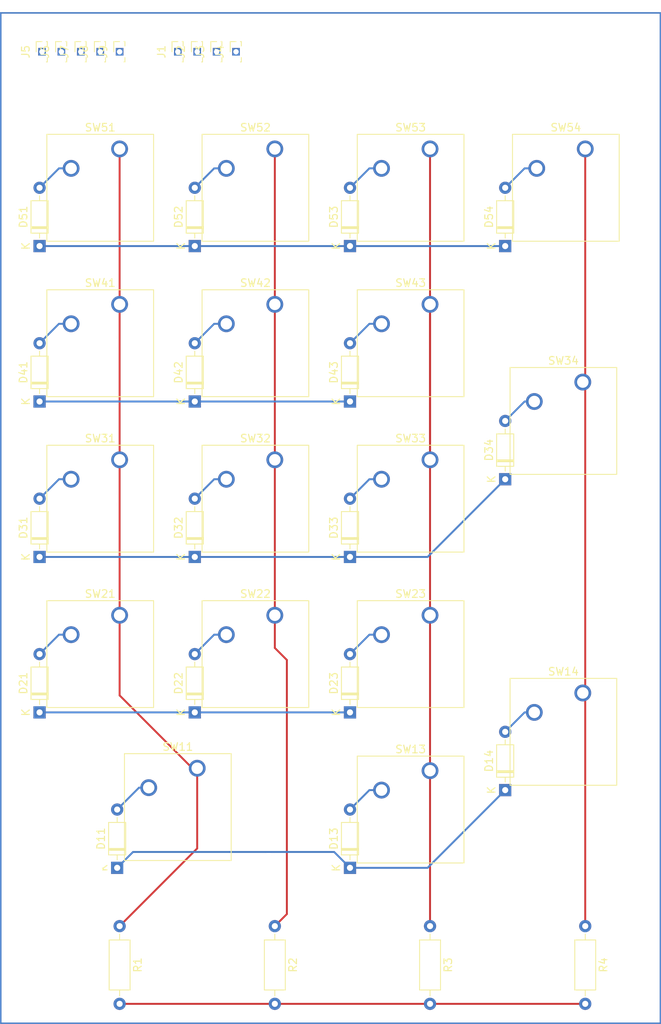
<source format=kicad_pcb>
(kicad_pcb (version 20211014) (generator pcbnew)
  (layers (0 "F.Cu" signal) (31 "B.Cu" signal) (34 "B.Paste" user) (35 "F.Paste" user) (36 "B.SilkS" user "B.Silkscreen") (37 "F.SilkS" user "F.Silkscreen") (38 "B.Mask" user) (39 "F.Mask" user) (44 "Edge.Cuts" user))
  (net 0 "")
  (net 1 "GND")
  (net 2 "/Row1")
  (net 3 "/Row5")
  (net 4 "/Row4")
  (net 5 "/Row3")
  (net 6 "Net-(D11-Pad2)")
  (net 7 "/Row2")
  (net 8 "Net-(D13-Pad2)")
  (net 9 "Net-(D14-Pad2)")
  (net 10 "/Col1")
  (net 11 "/Col2")
  (net 12 "/Col3")
  (net 13 "/Col4")
  (net 14 "Net-(D21-Pad2)")
  (net 15 "Net-(D22-Pad2)")
  (net 16 "Net-(D23-Pad2)")
  (net 17 "Net-(D31-Pad2)")
  (net 18 "Net-(D32-Pad2)")
  (net 19 "Net-(D33-Pad2)")
  (net 20 "Net-(D34-Pad2)")
  (net 21 "Net-(D41-Pad2)")
  (net 22 "Net-(D42-Pad2)")
  (net 23 "Net-(D43-Pad2)")
  (net 24 "Net-(D51-Pad2)")
  (net 25 "Net-(D52-Pad2)")
  (net 26 "Net-(D53-Pad2)")
  (net 27 "Net-(D54-Pad2)")
  (footprint "Button_Switch_Keyboard:SW_Cherry_MX_1.00u_PCB" (layer "F.Cu") (at 66.04 71.12)
    (fp_text reference "SW41" (at -2.54 -2.794) (layer "F.SilkS"))
    (fp_text value "SW_Push")
    (pad "" np_thru_hole circle (at -2.54 5.08) (size 4 4) (drill 4) (layers *.Cu *.Mask))
    (pad "" np_thru_hole circle (at -7.62 5.08) (size 1.7 1.7) (drill 1.7) (layers *.Cu *.Mask))
    (pad "" np_thru_hole circle (at 2.54 5.08) (size 1.7 1.7) (drill 1.7) (layers *.Cu *.Mask))
    (pad "1" thru_hole circle (at 0 0) (size 2.2 2.2) (drill 1.5) (layers *.Cu *.Mask) (net 10 "/Col1"))
    (pad "2" thru_hole circle (at -6.35 2.54) (size 2.2 2.2) (drill 1.5) (layers *.Cu *.Mask) (net 21 "Net-(D41-Pad2)"))
  )
  (footprint "Diode_THT:D_DO-35_SOD27_P7.62mm_Horizontal" (layer "F.Cu") (at 96.2 124.46 90)
    (fp_text reference "D23" (at 3.81 -2.12 90) (layer "F.SilkS"))
    (fp_text value "DIODE")
    (fp_text user "K" (at 0 -1.8 90) (layer "F.SilkS"))
    (pad "1" thru_hole rect (at 0 0 90) (size 1.6 1.6) (drill 0.8) (layers *.Cu *.Mask) (net 7 "/Row2"))
    (pad "2" thru_hole oval (at 7.62 0 90) (size 1.6 1.6) (drill 0.8) (layers *.Cu *.Mask) (net 16 "Net-(D23-Pad2)"))
  )
  (footprint "Button_Switch_Keyboard:SW_Cherry_MX_1.00u_PCB" (layer "F.Cu") (at 86.36 111.76)
    (fp_text reference "SW22" (at -2.54 -2.794) (layer "F.SilkS"))
    (fp_text value "SW_Push")
    (pad "" np_thru_hole circle (at -2.54 5.08) (size 4 4) (drill 4) (layers *.Cu *.Mask))
    (pad "" np_thru_hole circle (at 2.54 5.08) (size 1.7 1.7) (drill 1.7) (layers *.Cu *.Mask))
    (pad "" np_thru_hole circle (at -7.62 5.08) (size 1.7 1.7) (drill 1.7) (layers *.Cu *.Mask))
    (pad "1" thru_hole circle (at 0 0) (size 2.2 2.2) (drill 1.5) (layers *.Cu *.Mask) (net 11 "/Col2"))
    (pad "2" thru_hole circle (at -6.35 2.54) (size 2.2 2.2) (drill 1.5) (layers *.Cu *.Mask) (net 15 "Net-(D22-Pad2)"))
  )
  (footprint "Diode_THT:D_DO-35_SOD27_P7.62mm_Horizontal" (layer "F.Cu") (at 96.2 83.82 90)
    (fp_text reference "D43" (at 3.81 -2.12 90) (layer "F.SilkS"))
    (fp_text value "DIODE")
    (fp_text user "K" (at 0 -1.8 90) (layer "F.SilkS"))
    (pad "1" thru_hole rect (at 0 0 90) (size 1.6 1.6) (drill 0.8) (layers *.Cu *.Mask) (net 4 "/Row4"))
    (pad "2" thru_hole oval (at 7.62 0 90) (size 1.6 1.6) (drill 0.8) (layers *.Cu *.Mask) (net 23 "Net-(D43-Pad2)"))
  )
  (footprint "Button_Switch_Keyboard:SW_Cherry_MX_1.00u_PCB" (layer "F.Cu") (at 106.68 71.12)
    (fp_text reference "SW43" (at -2.54 -2.794) (layer "F.SilkS"))
    (fp_text value "SW_Push")
    (pad "" np_thru_hole circle (at 2.54 5.08) (size 1.7 1.7) (drill 1.7) (layers *.Cu *.Mask))
    (pad "" np_thru_hole circle (at -7.62 5.08) (size 1.7 1.7) (drill 1.7) (layers *.Cu *.Mask))
    (pad "" np_thru_hole circle (at -2.54 5.08) (size 4 4) (drill 4) (layers *.Cu *.Mask))
    (pad "1" thru_hole circle (at 0 0) (size 2.2 2.2) (drill 1.5) (layers *.Cu *.Mask) (net 12 "/Col3"))
    (pad "2" thru_hole circle (at -6.35 2.54) (size 2.2 2.2) (drill 1.5) (layers *.Cu *.Mask) (net 23 "Net-(D43-Pad2)"))
  )
  (footprint "Button_Switch_Keyboard:SW_Cherry_MX_2.00u_Vertical_PCB" (layer "F.Cu") (at 126.68 121.92)
    (fp_text reference "SW14" (at -2.54 -2.794) (layer "F.SilkS"))
    (fp_text value "SW_Push")
    (pad "" np_thru_hole circle (at 2.54 5.08) (size 1.7 1.7) (drill 1.7) (layers *.Cu *.Mask))
    (pad "" np_thru_hole circle (at -7.62 5.08) (size 1.7 1.7) (drill 1.7) (layers *.Cu *.Mask))
    (pad "" np_thru_hole circle (at -2.54 5.08) (size 4 4) (drill 4) (layers *.Cu *.Mask))
    (pad "" np_thru_hole circle (at 5.7 -6.82) (size 4 4) (drill 4) (layers *.Cu *.Mask))
    (pad "" np_thru_hole circle (at -9.54 16.98) (size 3.05 3.05) (drill 3.05) (layers *.Cu *.Mask))
    (pad "" np_thru_hole circle (at 5.7 16.98) (size 4 4) (drill 4) (layers *.Cu *.Mask))
    (pad "" np_thru_hole circle (at -9.54 -6.82) (size 3.05 3.05) (drill 3.05) (layers *.Cu *.Mask))
    (pad "1" thru_hole circle (at 0 0) (size 2.2 2.2) (drill 1.5) (layers *.Cu *.Mask) (net 13 "/Col4"))
    (pad "2" thru_hole circle (at -6.35 2.54) (size 2.2 2.2) (drill 1.5) (layers *.Cu *.Mask) (net 9 "Net-(D14-Pad2)"))
  )
  (footprint "Connector_PinSocket_1.27mm:PinSocket_1x01_P1.27mm_Vertical" (layer "F.Cu") (at 55.88 38.1 90)
    (fp_text reference "J5" (at 0 -2.135 90) (layer "F.SilkS"))
    (fp_text value "Conn_01x01_Male")
    (pad "1" thru_hole rect (at 0 0 90) (size 1 1) (drill 0.7) (layers *.Cu *.Mask) (net 3 "/Row5"))
  )
  (footprint "Diode_THT:D_DO-35_SOD27_P7.62mm_Horizontal" (layer "F.Cu") (at 55.56 63.5 90)
    (fp_text reference "D51" (at 3.81 -2.12 90) (layer "F.SilkS"))
    (fp_text value "DIODE")
    (fp_text user "K" (at 0 -1.8 90) (layer "F.SilkS"))
    (pad "1" thru_hole rect (at 0 0 90) (size 1.6 1.6) (drill 0.8) (layers *.Cu *.Mask) (net 3 "/Row5"))
    (pad "2" thru_hole oval (at 7.62 0 90) (size 1.6 1.6) (drill 0.8) (layers *.Cu *.Mask) (net 24 "Net-(D51-Pad2)"))
  )
  (footprint "Button_Switch_Keyboard:SW_Cherry_MX_1.00u_PCB" (layer "F.Cu") (at 127 50.8)
    (fp_text reference "SW54" (at -2.54 -2.794) (layer "F.SilkS"))
    (fp_text value "SW_Push")
    (pad "" np_thru_hole circle (at -7.62 5.08) (size 1.7 1.7) (drill 1.7) (layers *.Cu *.Mask))
    (pad "" np_thru_hole circle (at 2.54 5.08) (size 1.7 1.7) (drill 1.7) (layers *.Cu *.Mask))
    (pad "" np_thru_hole circle (at -2.54 5.08) (size 4 4) (drill 4) (layers *.Cu *.Mask))
    (pad "1" thru_hole circle (at 0 0) (size 2.2 2.2) (drill 1.5) (layers *.Cu *.Mask) (net 13 "/Col4"))
    (pad "2" thru_hole circle (at -6.35 2.54) (size 2.2 2.2) (drill 1.5) (layers *.Cu *.Mask) (net 27 "Net-(D54-Pad2)"))
  )
  (footprint "Connector_PinSocket_1.27mm:PinSocket_1x01_P1.27mm_Vertical" (layer "F.Cu") (at 58.42 38.1 90)
    (fp_text reference "J6" (at 0 -2.135 90) (layer "F.SilkS"))
    (fp_text value "Conn_01x01_Male")
    (pad "1" thru_hole rect (at 0 0 90) (size 1 1) (drill 0.7) (layers *.Cu *.Mask) (net 4 "/Row4"))
  )
  (footprint "Diode_THT:D_DO-35_SOD27_P7.62mm_Horizontal" (layer "F.Cu") (at 116.52 63.5 90)
    (fp_text reference "D54" (at 3.81 -2.12 90) (layer "F.SilkS"))
    (fp_text value "DIODE")
    (fp_text user "K" (at 0 -1.8 90) (layer "F.SilkS"))
    (pad "1" thru_hole rect (at 0 0 90) (size 1.6 1.6) (drill 0.8) (layers *.Cu *.Mask) (net 3 "/Row5"))
    (pad "2" thru_hole oval (at 7.62 0 90) (size 1.6 1.6) (drill 0.8) (layers *.Cu *.Mask) (net 27 "Net-(D54-Pad2)"))
  )
  (footprint "Diode_THT:D_DO-35_SOD27_P7.62mm_Horizontal" (layer "F.Cu") (at 55.56 104.14 90)
    (fp_text reference "D31" (at 3.81 -2.12 90) (layer "F.SilkS"))
    (fp_text value "DIODE")
    (fp_text user "K" (at 0 -1.8 90) (layer "F.SilkS"))
    (pad "1" thru_hole rect (at 0 0 90) (size 1.6 1.6) (drill 0.8) (layers *.Cu *.Mask) (net 5 "/Row3"))
    (pad "2" thru_hole oval (at 7.62 0 90) (size 1.6 1.6) (drill 0.8) (layers *.Cu *.Mask) (net 17 "Net-(D31-Pad2)"))
  )
  (footprint "Button_Switch_Keyboard:SW_Cherry_MX_1.00u_PCB" (layer "F.Cu") (at 106.68 111.76)
    (fp_text reference "SW23" (at -2.54 -2.794) (layer "F.SilkS"))
    (fp_text value "SW_Push")
    (pad "" np_thru_hole circle (at -7.62 5.08) (size 1.7 1.7) (drill 1.7) (layers *.Cu *.Mask))
    (pad "" np_thru_hole circle (at -2.54 5.08) (size 4 4) (drill 4) (layers *.Cu *.Mask))
    (pad "" np_thru_hole circle (at 2.54 5.08) (size 1.7 1.7) (drill 1.7) (layers *.Cu *.Mask))
    (pad "1" thru_hole circle (at 0 0) (size 2.2 2.2) (drill 1.5) (layers *.Cu *.Mask) (net 12 "/Col3"))
    (pad "2" thru_hole circle (at -6.35 2.54) (size 2.2 2.2) (drill 1.5) (layers *.Cu *.Mask) (net 16 "Net-(D23-Pad2)"))
  )
  (footprint "Button_Switch_Keyboard:SW_Cherry_MX_2.00u_Vertical_PCB" (layer "F.Cu") (at 126.68 81.28)
    (fp_text reference "SW34" (at -2.54 -2.794) (layer "F.SilkS"))
    (fp_text value "SW_Push")
    (pad "" np_thru_hole circle (at -9.54 -6.82) (size 3.05 3.05) (drill 3.05) (layers *.Cu *.Mask))
    (pad "" np_thru_hole circle (at 5.7 -6.82) (size 4 4) (drill 4) (layers *.Cu *.Mask))
    (pad "" np_thru_hole circle (at 2.54 5.08) (size 1.7 1.7) (drill 1.7) (layers *.Cu *.Mask))
    (pad "" np_thru_hole circle (at -7.62 5.08) (size 1.7 1.7) (drill 1.7) (layers *.Cu *.Mask))
    (pad "" np_thru_hole circle (at -2.54 5.08) (size 4 4) (drill 4) (layers *.Cu *.Mask))
    (pad "" np_thru_hole circle (at -9.54 16.98) (size 3.05 3.05) (drill 3.05) (layers *.Cu *.Mask))
    (pad "" np_thru_hole circle (at 5.7 16.98) (size 4 4) (drill 4) (layers *.Cu *.Mask))
    (pad "1" thru_hole circle (at 0 0) (size 2.2 2.2) (drill 1.5) (layers *.Cu *.Mask) (net 13 "/Col4"))
    (pad "2" thru_hole circle (at -6.35 2.54) (size 2.2 2.2) (drill 1.5) (layers *.Cu *.Mask) (net 20 "Net-(D34-Pad2)"))
  )
  (footprint "Button_Switch_Keyboard:SW_Cherry_MX_1.00u_PCB" (layer "F.Cu") (at 106.68 50.8)
    (fp_text reference "SW53" (at -2.54 -2.794) (layer "F.SilkS"))
    (fp_text value "SW_Push")
    (pad "" np_thru_hole circle (at -2.54 5.08) (size 4 4) (drill 4) (layers *.Cu *.Mask))
    (pad "" np_thru_hole circle (at -7.62 5.08) (size 1.7 1.7) (drill 1.7) (layers *.Cu *.Mask))
    (pad "" np_thru_hole circle (at 2.54 5.08) (size 1.7 1.7) (drill 1.7) (layers *.Cu *.Mask))
    (pad "1" thru_hole circle (at 0 0) (size 2.2 2.2) (drill 1.5) (layers *.Cu *.Mask) (net 12 "/Col3"))
    (pad "2" thru_hole circle (at -6.35 2.54) (size 2.2 2.2) (drill 1.5) (layers *.Cu *.Mask) (net 26 "Net-(D53-Pad2)"))
  )
  (footprint "Connector_PinSocket_1.27mm:PinSocket_1x01_P1.27mm_Vertical" (layer "F.Cu") (at 66.04 38.1 90)
    (fp_text reference "J9" (at 0 -2.135 90) (layer "F.SilkS"))
    (fp_text value "Conn_01x01_Male")
    (pad "1" thru_hole rect (at 0 0 90) (size 1 1) (drill 0.7) (layers *.Cu *.Mask) (net 2 "/Row1"))
  )
  (footprint "Diode_THT:D_DO-35_SOD27_P7.62mm_Horizontal" (layer "F.Cu") (at 75.88 124.46 90)
    (fp_text reference "D22" (at 3.81 -2.12 90) (layer "F.SilkS"))
    (fp_text value "DIODE")
    (fp_text user "K" (at 0 -1.8 90) (layer "F.SilkS"))
    (pad "1" thru_hole rect (at 0 0 90) (size 1.6 1.6) (drill 0.8) (layers *.Cu *.Mask) (net 7 "/Row2"))
    (pad "2" thru_hole oval (at 7.62 0 90) (size 1.6 1.6) (drill 0.8) (layers *.Cu *.Mask) (net 15 "Net-(D22-Pad2)"))
  )
  (footprint "Button_Switch_Keyboard:SW_Cherry_MX_1.00u_PCB" (layer "F.Cu") (at 66.04 111.76)
    (fp_text reference "SW21" (at -2.54 -2.794) (layer "F.SilkS"))
    (fp_text value "SW_Push")
    (pad "" np_thru_hole circle (at 2.54 5.08) (size 1.7 1.7) (drill 1.7) (layers *.Cu *.Mask))
    (pad "" np_thru_hole circle (at -7.62 5.08) (size 1.7 1.7) (drill 1.7) (layers *.Cu *.Mask))
    (pad "" np_thru_hole circle (at -2.54 5.08) (size 4 4) (drill 4) (layers *.Cu *.Mask))
    (pad "1" thru_hole circle (at 0 0) (size 2.2 2.2) (drill 1.5) (layers *.Cu *.Mask) (net 10 "/Col1"))
    (pad "2" thru_hole circle (at -6.35 2.54) (size 2.2 2.2) (drill 1.5) (layers *.Cu *.Mask) (net 14 "Net-(D21-Pad2)"))
  )
  (footprint "Resistor_THT:R_Axial_DIN0207_L6.3mm_D2.5mm_P10.16mm_Horizontal" (layer "F.Cu") (at 86.36 152.4 -90)
    (fp_text reference "R2" (at 5.08 -2.37 90) (layer "F.SilkS"))
    (fp_text value "1k")
    (pad "1" thru_hole circle (at 0 0 270) (size 1.6 1.6) (drill 0.8) (layers *.Cu *.Mask) (net 11 "/Col2"))
    (pad "2" thru_hole oval (at 10.16 0 270) (size 1.6 1.6) (drill 0.8) (layers *.Cu *.Mask) (net 1 "GND"))
  )
  (footprint "Button_Switch_Keyboard:SW_Cherry_MX_1.00u_PCB" (layer "F.Cu") (at 106.68 91.44)
    (fp_text reference "SW33" (at -2.54 -2.794) (layer "F.SilkS"))
    (fp_text value "SW_Push")
    (pad "" np_thru_hole circle (at -7.62 5.08) (size 1.7 1.7) (drill 1.7) (layers *.Cu *.Mask))
    (pad "" np_thru_hole circle (at -2.54 5.08) (size 4 4) (drill 4) (layers *.Cu *.Mask))
    (pad "" np_thru_hole circle (at 2.54 5.08) (size 1.7 1.7) (drill 1.7) (layers *.Cu *.Mask))
    (pad "1" thru_hole circle (at 0 0) (size 2.2 2.2) (drill 1.5) (layers *.Cu *.Mask) (net 12 "/Col3"))
    (pad "2" thru_hole circle (at -6.35 2.54) (size 2.2 2.2) (drill 1.5) (layers *.Cu *.Mask) (net 19 "Net-(D33-Pad2)"))
  )
  (footprint "Connector_PinSocket_1.27mm:PinSocket_1x01_P1.27mm_Vertical" (layer "F.Cu") (at 76.2 38.1 90)
    (fp_text reference "J2" (at 0 -2.135 90) (layer "F.SilkS"))
    (fp_text value "Conn_01x01_Male")
    (pad "1" thru_hole rect (at 0 0 90) (size 1 1) (drill 0.7) (layers *.Cu *.Mask) (net 11 "/Col2"))
  )
  (footprint "Button_Switch_Keyboard:SW_Cherry_MX_1.00u_PCB" (layer "F.Cu") (at 86.36 71.12)
    (fp_text reference "SW42" (at -2.54 -2.794) (layer "F.SilkS"))
    (fp_text value "SW_Push")
    (pad "" np_thru_hole circle (at 2.54 5.08) (size 1.7 1.7) (drill 1.7) (layers *.Cu *.Mask))
    (pad "" np_thru_hole circle (at -2.54 5.08) (size 4 4) (drill 4) (layers *.Cu *.Mask))
    (pad "" np_thru_hole circle (at -7.62 5.08) (size 1.7 1.7) (drill 1.7) (layers *.Cu *.Mask))
    (pad "1" thru_hole circle (at 0 0) (size 2.2 2.2) (drill 1.5) (layers *.Cu *.Mask) (net 11 "/Col2"))
    (pad "2" thru_hole circle (at -6.35 2.54) (size 2.2 2.2) (drill 1.5) (layers *.Cu *.Mask) (net 22 "Net-(D42-Pad2)"))
  )
  (footprint "Resistor_THT:R_Axial_DIN0207_L6.3mm_D2.5mm_P10.16mm_Horizontal" (layer "F.Cu") (at 106.68 152.4 -90)
    (fp_text reference "R3" (at 5.08 -2.37 90) (layer "F.SilkS"))
    (fp_text value "1k")
    (pad "1" thru_hole circle (at 0 0 270) (size 1.6 1.6) (drill 0.8) (layers *.Cu *.Mask) (net 12 "/Col3"))
    (pad "2" thru_hole oval (at 10.16 0 270) (size 1.6 1.6) (drill 0.8) (layers *.Cu *.Mask) (net 1 "GND"))
  )
  (footprint "Connector_PinSocket_1.27mm:PinSocket_1x01_P1.27mm_Vertical" (layer "F.Cu") (at 60.96 38.1 90)
    (fp_text reference "J7" (at 0 -2.135 90) (layer "F.SilkS"))
    (fp_text value "Conn_01x01_Male")
    (pad "1" thru_hole rect (at 0 0 90) (size 1 1) (drill 0.7) (layers *.Cu *.Mask) (net 5 "/Row3"))
  )
  (footprint "Diode_THT:D_DO-35_SOD27_P7.62mm_Horizontal" (layer "F.Cu") (at 75.88 63.5 90)
    (fp_text reference "D52" (at 3.81 -2.12 90) (layer "F.SilkS"))
    (fp_text value "DIODE")
    (fp_text user "K" (at 0 -1.8 90) (layer "F.SilkS"))
    (pad "1" thru_hole rect (at 0 0 90) (size 1.6 1.6) (drill 0.8) (layers *.Cu *.Mask) (net 3 "/Row5"))
    (pad "2" thru_hole oval (at 7.62 0 90) (size 1.6 1.6) (drill 0.8) (layers *.Cu *.Mask) (net 25 "Net-(D52-Pad2)"))
  )
  (footprint "Resistor_THT:R_Axial_DIN0207_L6.3mm_D2.5mm_P10.16mm_Horizontal" (layer "F.Cu") (at 127 152.4 -90)
    (fp_text reference "R4" (at 5.08 -2.37 90) (layer "F.SilkS"))
    (fp_text value "1k")
    (pad "1" thru_hole circle (at 0 0 270) (size 1.6 1.6) (drill 0.8) (layers *.Cu *.Mask) (net 13 "/Col4"))
    (pad "2" thru_hole oval (at 10.16 0 270) (size 1.6 1.6) (drill 0.8) (layers *.Cu *.Mask) (net 1 "GND"))
  )
  (footprint "Diode_THT:D_DO-35_SOD27_P7.62mm_Horizontal" (layer "F.Cu") (at 75.88 83.82 90)
    (fp_text reference "D42" (at 3.81 -2.12 90) (layer "F.SilkS"))
    (fp_text value "DIODE")
    (fp_text user "K" (at 0 -1.8 90) (layer "F.SilkS"))
    (pad "1" thru_hole rect (at 0 0 90) (size 1.6 1.6) (drill 0.8) (layers *.Cu *.Mask) (net 4 "/Row4"))
    (pad "2" thru_hole oval (at 7.62 0 90) (size 1.6 1.6) (drill 0.8) (layers *.Cu *.Mask) (net 22 "Net-(D42-Pad2)"))
  )
  (footprint "Connector_PinSocket_1.27mm:PinSocket_1x01_P1.27mm_Vertical" (layer "F.Cu") (at 78.74 38.1 90)
    (fp_text reference "J3" (at 0 -2.135 90) (layer "F.SilkS"))
    (fp_text value "Conn_01x01_Male")
    (pad "1" thru_hole rect (at 0 0 90) (size 1 1) (drill 0.7) (layers *.Cu *.Mask) (net 12 "/Col3"))
  )
  (footprint "Diode_THT:D_DO-35_SOD27_P7.62mm_Horizontal" (layer "F.Cu") (at 116.52 93.98 90)
    (fp_text reference "D34" (at 3.81 -2.12 90) (layer "F.SilkS"))
    (fp_text value "DIODE")
    (fp_text user "K" (at 0 -1.8 90) (layer "F.SilkS"))
    (pad "1" thru_hole rect (at 0 0 90) (size 1.6 1.6) (drill 0.8) (layers *.Cu *.Mask) (net 5 "/Row3"))
    (pad "2" thru_hole oval (at 7.62 0 90) (size 1.6 1.6) (drill 0.8) (layers *.Cu *.Mask) (net 20 "Net-(D34-Pad2)"))
  )
  (footprint "Diode_THT:D_DO-35_SOD27_P7.62mm_Horizontal" (layer "F.Cu") (at 96.2 104.14 90)
    (fp_text reference "D33" (at 3.81 -2.12 90) (layer "F.SilkS"))
    (fp_text value "DIODE")
    (fp_text user "K" (at 0 -1.8 90) (layer "F.SilkS"))
    (pad "1" thru_hole rect (at 0 0 90) (size 1.6 1.6) (drill 0.8) (layers *.Cu *.Mask) (net 5 "/Row3"))
    (pad "2" thru_hole oval (at 7.62 0 90) (size 1.6 1.6) (drill 0.8) (layers *.Cu *.Mask) (net 19 "Net-(D33-Pad2)"))
  )
  (footprint "Button_Switch_Keyboard:SW_Cherry_MX_1.00u_PCB" (layer "F.Cu") (at 86.36 50.8)
    (fp_text reference "SW52" (at -2.54 -2.794) (layer "F.SilkS"))
    (fp_text value "SW_Push")
    (pad "" np_thru_hole circle (at -2.54 5.08) (size 4 4) (drill 4) (layers *.Cu *.Mask))
    (pad "" np_thru_hole circle (at 2.54 5.08) (size 1.7 1.7) (drill 1.7) (layers *.Cu *.Mask))
    (pad "" np_thru_hole circle (at -7.62 5.08) (size 1.7 1.7) (drill 1.7) (layers *.Cu *.Mask))
    (pad "1" thru_hole circle (at 0 0) (size 2.2 2.2) (drill 1.5) (layers *.Cu *.Mask) (net 11 "/Col2"))
    (pad "2" thru_hole circle (at -6.35 2.54) (size 2.2 2.2) (drill 1.5) (layers *.Cu *.Mask) (net 25 "Net-(D52-Pad2)"))
  )
  (footprint "Button_Switch_Keyboard:SW_Cherry_MX_2.00u_PCB" (layer "F.Cu") (at 76.2 131.76)
    (fp_text reference "SW11" (at -2.54 -2.794) (layer "F.SilkS"))
    (fp_text value "SW_Push")
    (pad "" np_thru_hole circle (at 9.36 -1.92) (size 3.05 3.05) (drill 3.05) (layers *.Cu *.Mask))
    (pad "" np_thru_hole circle (at -14.44 13.32) (size 4 4) (drill 4) (layers *.Cu *.Mask))
    (pad "" np_thru_hole circle (at -7.62 5.08) (size 1.7 1.7) (drill 1.7) (layers *.Cu *.Mask))
    (pad "" np_thru_hole circle (at -14.44 -1.92) (size 3.05 3.05) (drill 3.05) (layers *.Cu *.Mask))
    (pad "" np_thru_hole circle (at 2.54 5.08) (size 1.7 1.7) (drill 1.7) (layers *.Cu *.Mask))
    (pad "" np_thru_hole circle (at -2.54 5.08) (size 4 4) (drill 4) (layers *.Cu *.Mask))
    (pad "" np_thru_hole circle (at 9.36 13.32) (size 4 4) (drill 4) (layers *.Cu *.Mask))
    (pad "1" thru_hole circle (at 0 0) (size 2.2 2.2) (drill 1.5) (layers *.Cu *.Mask) (net 10 "/Col1"))
    (pad "2" thru_hole circle (at -6.35 2.54) (size 2.2 2.2) (drill 1.5) (layers *.Cu *.Mask) (net 6 "Net-(D11-Pad2)"))
  )
  (footprint "Diode_THT:D_DO-35_SOD27_P7.62mm_Horizontal" (layer "F.Cu") (at 65.72 144.78 90)
    (fp_text reference "D11" (at 3.81 -2.12 90) (layer "F.SilkS"))
    (fp_text value "DIODE")
    (fp_text user "K" (at 0 -1.8 90) (layer "F.SilkS"))
    (pad "1" thru_hole rect (at 0 0 90) (size 1.6 1.6) (drill 0.8) (layers *.Cu *.Mask) (net 2 "/Row1"))
    (pad "2" thru_hole oval (at 7.62 0 90) (size 1.6 1.6) (drill 0.8) (layers *.Cu *.Mask) (net 6 "Net-(D11-Pad2)"))
  )
  (footprint "Diode_THT:D_DO-35_SOD27_P7.62mm_Horizontal" (layer "F.Cu") (at 75.88 104.14 90)
    (fp_text reference "D32" (at 3.81 -2.12 90) (layer "F.SilkS"))
    (fp_text value "DIODE")
    (fp_text user "K" (at 0 -1.8 90) (layer "F.SilkS"))
    (pad "1" thru_hole rect (at 0 0 90) (size 1.6 1.6) (drill 0.8) (layers *.Cu *.Mask) (net 5 "/Row3"))
    (pad "2" thru_hole oval (at 7.62 0 90) (size 1.6 1.6) (drill 0.8) (layers *.Cu *.Mask) (net 18 "Net-(D32-Pad2)"))
  )
  (footprint "Diode_THT:D_DO-35_SOD27_P7.62mm_Horizontal" (layer "F.Cu") (at 96.2 63.5 90)
    (fp_text reference "D53" (at 3.81 -2.12 90) (layer "F.SilkS"))
    (fp_text value "DIODE")
    (fp_text user "K" (at 0 -1.8 90) (layer "F.SilkS"))
    (pad "1" thru_hole rect (at 0 0 90) (size 1.6 1.6) (drill 0.8) (layers *.Cu *.Mask) (net 3 "/Row5"))
    (pad "2" thru_hole oval (at 7.62 0 90) (size 1.6 1.6) (drill 0.8) (layers *.Cu *.Mask) (net 26 "Net-(D53-Pad2)"))
  )
  (footprint "Diode_THT:D_DO-35_SOD27_P7.62mm_Horizontal" (layer "F.Cu") (at 96.2 144.78 90)
    (fp_text reference "D13" (at 3.81 -2.12 90) (layer "F.SilkS"))
    (fp_text value "DIODE")
    (fp_text user "K" (at 0 -1.8 90) (layer "F.SilkS"))
    (pad "1" thru_hole rect (at 0 0 90) (size 1.6 1.6) (drill 0.8) (layers *.Cu *.Mask) (net 2 "/Row1"))
    (pad "2" thru_hole oval (at 7.62 0 90) (size 1.6 1.6) (drill 0.8) (layers *.Cu *.Mask) (net 8 "Net-(D13-Pad2)"))
  )
  (footprint "Button_Switch_Keyboard:SW_Cherry_MX_1.00u_PCB" (layer "F.Cu") (at 66.04 50.8)
    (fp_text reference "SW51" (at -2.54 -2.794) (layer "F.SilkS"))
    (fp_text value "SW_Push")
    (pad "" np_thru_hole circle (at -7.62 5.08) (size 1.7 1.7) (drill 1.7) (layers *.Cu *.Mask))
    (pad "" np_thru_hole circle (at 2.54 5.08) (size 1.7 1.7) (drill 1.7) (layers *.Cu *.Mask))
    (pad "" np_thru_hole circle (at -2.54 5.08) (size 4 4) (drill 4) (layers *.Cu *.Mask))
    (pad "1" thru_hole circle (at 0 0) (size 2.2 2.2) (drill 1.5) (layers *.Cu *.Mask) (net 10 "/Col1"))
    (pad "2" thru_hole circle (at -6.35 2.54) (size 2.2 2.2) (drill 1.5) (layers *.Cu *.Mask) (net 24 "Net-(D51-Pad2)"))
  )
  (footprint "Diode_THT:D_DO-35_SOD27_P7.62mm_Horizontal" (layer "F.Cu") (at 55.56 83.82 90)
    (fp_text reference "D41" (at 3.81 -2.12 90) (layer "F.SilkS"))
    (fp_text value "DIODE")
    (fp_text user "K" (at 0 -1.8 90) (layer "F.SilkS"))
    (pad "1" thru_hole rect (at 0 0 90) (size 1.6 1.6) (drill 0.8) (layers *.Cu *.Mask) (net 4 "/Row4"))
    (pad "2" thru_hole oval (at 7.62 0 90) (size 1.6 1.6) (drill 0.8) (layers *.Cu *.Mask) (net 21 "Net-(D41-Pad2)"))
  )
  (footprint "Connector_PinSocket_1.27mm:PinSocket_1x01_P1.27mm_Vertical" (layer "F.Cu") (at 81.28 38.1 90)
    (fp_text reference "J4" (at 0 -2.135 90) (layer "F.SilkS"))
    (fp_text value "Conn_01x01_Male")
    (pad "1" thru_hole rect (at 0 0 90) (size 1 1) (drill 0.7) (layers *.Cu *.Mask) (net 13 "/Col4"))
  )
  (footprint "Button_Switch_Keyboard:SW_Cherry_MX_1.00u_PCB" (layer "F.Cu") (at 66.04 91.44)
    (fp_text reference "SW31" (at -2.54 -2.794) (layer "F.SilkS"))
    (fp_text value "SW_Push")
    (pad "" np_thru_hole circle (at -2.54 5.08) (size 4 4) (drill 4) (layers *.Cu *.Mask))
    (pad "" np_thru_hole circle (at 2.54 5.08) (size 1.7 1.7) (drill 1.7) (layers *.Cu *.Mask))
    (pad "" np_thru_hole circle (at -7.62 5.08) (size 1.7 1.7) (drill 1.7) (layers *.Cu *.Mask))
    (pad "1" thru_hole circle (at 0 0) (size 2.2 2.2) (drill 1.5) (layers *.Cu *.Mask) (net 10 "/Col1"))
    (pad "2" thru_hole circle (at -6.35 2.54) (size 2.2 2.2) (drill 1.5) (layers *.Cu *.Mask) (net 17 "Net-(D31-Pad2)"))
  )
  (footprint "Connector_PinSocket_1.27mm:PinSocket_1x01_P1.27mm_Vertical" (layer "F.Cu") (at 63.5 38.1 90)
    (fp_text reference "J8" (at 0 -2.135 90) (layer "F.SilkS"))
    (fp_text value "Conn_01x01_Male")
    (pad "1" thru_hole rect (at 0 0 90) (size 1 1) (drill 0.7) (layers *.Cu *.Mask) (net 7 "/Row2"))
  )
  (footprint "Connector_PinSocket_1.27mm:PinSocket_1x01_P1.27mm_Vertical" (layer "F.Cu") (at 73.66 38.1 90)
    (fp_text reference "J1" (at 0 -2.135 90) (layer "F.SilkS"))
    (fp_text value "Conn_01x01_Male")
    (pad "1" thru_hole rect (at 0 0 90) (size 1 1) (drill 0.7) (layers *.Cu *.Mask) (net 10 "/Col1"))
  )
  (footprint "Button_Switch_Keyboard:SW_Cherry_MX_1.00u_PCB" (layer "F.Cu") (at 106.68 132.08)
    (fp_text reference "SW13" (at -2.54 -2.794) (layer "F.SilkS"))
    (fp_text value "SW_Push")
    (pad "" np_thru_hole circle (at 2.54 5.08) (size 1.7 1.7) (drill 1.7) (layers *.Cu *.Mask))
    (pad "" np_thru_hole circle (at -7.62 5.08) (size 1.7 1.7) (drill 1.7) (layers *.Cu *.Mask))
    (pad "" np_thru_hole circle (at -2.54 5.08) (size 4 4) (drill 4) (layers *.Cu *.Mask))
    (pad "1" thru_hole circle (at 0 0) (size 2.2 2.2) (drill 1.5) (layers *.Cu *.Mask) (net 12 "/Col3"))
    (pad "2" thru_hole circle (at -6.35 2.54) (size 2.2 2.2) (drill 1.5) (layers *.Cu *.Mask) (net 8 "Net-(D13-Pad2)"))
  )
  (footprint "Button_Switch_Keyboard:SW_Cherry_MX_1.00u_PCB" (layer "F.Cu") (at 86.36 91.44)
    (fp_text reference "SW32" (at -2.54 -2.794) (layer "F.SilkS"))
    (fp_text value "SW_Push")
    (pad "" np_thru_hole circle (at 2.54 5.08) (size 1.7 1.7) (drill 1.7) (layers *.Cu *.Mask))
    (pad "" np_thru_hole circle (at -7.62 5.08) (size 1.7 1.7) (drill 1.7) (layers *.Cu *.Mask))
    (pad "" np_thru_hole circle (at -2.54 5.08) (size 4 4) (drill 4) (layers *.Cu *.Mask))
    (pad "1" thru_hole circle (at 0 0) (size 2.2 2.2) (drill 1.5) (layers *.Cu *.Mask) (net 11 "/Col2"))
    (pad "2" thru_hole circle (at -6.35 2.54) (size 2.2 2.2) (drill 1.5) (layers *.Cu *.Mask) (net 18 "Net-(D32-Pad2)"))
  )
  (footprint "Diode_THT:D_DO-35_SOD27_P7.62mm_Horizontal" (layer "F.Cu") (at 116.52 134.62 90)
    (fp_text reference "D14" (at 3.81 -2.12 90) (layer "F.SilkS"))
    (fp_text value "DIODE")
    (fp_text user "K" (at 0 -1.8 90) (layer "F.SilkS"))
    (pad "1" thru_hole rect (at 0 0 90) (size 1.6 1.6) (drill 0.8) (layers *.Cu *.Mask) (net 2 "/Row1"))
    (pad "2" thru_hole oval (at 7.62 0 90) (size 1.6 1.6) (drill 0.8) (layers *.Cu *.Mask) (net 9 "Net-(D14-Pad2)"))
  )
  (footprint "Diode_THT:D_DO-35_SOD27_P7.62mm_Horizontal" (layer "F.Cu") (at 55.56 124.46 90)
    (fp_text reference "D21" (at 3.81 -2.12 90) (layer "F.SilkS"))
    (fp_text value "DIODE")
    (fp_text user "K" (at 0 -1.8 90) (layer "F.SilkS"))
    (pad "1" thru_hole rect (at 0 0 90) (size 1.6 1.6) (drill 0.8) (layers *.Cu *.Mask) (net 7 "/Row2"))
    (pad "2" thru_hole oval (at 7.62 0 90) (size 1.6 1.6) (drill 0.8) (layers *.Cu *.Mask) (net 14 "Net-(D21-Pad2)"))
  )
  (footprint "Resistor_THT:R_Axial_DIN0207_L6.3mm_D2.5mm_P10.16mm_Horizontal" (layer "F.Cu") (at 66.04 152.4 -90)
    (fp_text reference "R1" (at 5.08 -2.37 90) (layer "F.SilkS"))
    (fp_text value "1k")
    (pad "1" thru_hole circle (at 0 0 270) (size 1.6 1.6) (drill 0.8) (layers *.Cu *.Mask) (net 10 "/Col1"))
    (pad "2" thru_hole oval (at 10.16 0 270) (size 1.6 1.6) (drill 0.8) (layers *.Cu *.Mask) (net 1 "GND"))
  )
  (gr_rect (start 50.48 33.02) (end 136.84 165.1) (layer "B.Cu") (width 0.2) (fill none))
  (segment (start 66.04 162.56) (end 127 162.56) (width 0.25) (layer "F.Cu") (net 1))
  (segment (start 96.2 144.78) (end 106.36 144.78) (width 0.25) (layer "B.Cu") (net 2))
  (segment (start 67.794521 142.705479) (end 94.125479 142.705479) (width 0.25) (layer "B.Cu") (net 2))
  (segment (start 94.125479 142.705479) (end 96.2 144.78) (width 0.25) (layer "B.Cu") (net 2))
  (segment (start 106.36 144.78) (end 116.52 134.62) (width 0.25) (layer "B.Cu") (net 2))
  (segment (start 65.72 144.78) (end 67.794521 142.705479) (width 0.25) (layer "B.Cu") (net 2))
  (segment (start 55.56 63.5) (end 116.52 63.5) (width 0.25) (layer "B.Cu") (net 3))
  (segment (start 55.56 83.82) (end 75.88 83.82) (width 0.25) (layer "B.Cu") (net 4))
  (segment (start 75.88 83.82) (end 96.2 83.82) (width 0.25) (layer "B.Cu") (net 4))
  (segment (start 106.36 104.14) (end 116.52 93.98) (width 0.25) (layer "B.Cu") (net 5))
  (segment (start 55.56 104.14) (end 96.2 104.14) (width 0.25) (layer "B.Cu") (net 5))
  (segment (start 96.2 104.14) (end 106.36 104.14) (width 0.25) (layer "B.Cu") (net 5))
  (segment (start 68.58 134.3) (end 69.85 134.3) (width 0.25) (layer "B.Cu") (net 6))
  (segment (start 65.72 137.16) (end 68.58 134.3) (width 0.25) (layer "B.Cu") (net 6))
  (segment (start 55.56 124.46) (end 96.2 124.46) (width 0.25) (layer "B.Cu") (net 7))
  (segment (start 98.74 134.62) (end 100.33 134.62) (width 0.25) (layer "B.Cu") (net 8))
  (segment (start 96.2 137.16) (end 98.74 134.62) (width 0.25) (layer "B.Cu") (net 8))
  (segment (start 116.52 127) (end 119.06 124.46) (width 0.25) (layer "B.Cu") (net 9))
  (segment (start 119.06 124.46) (end 120.33 124.46) (width 0.25) (layer "B.Cu") (net 9))
  (segment (start 75.56 131.76) (end 66.04 122.24) (width 0.25) (layer "F.Cu") (net 10))
  (segment (start 76.2 131.76) (end 75.56 131.76) (width 0.25) (layer "F.Cu") (net 10))
  (segment (start 76.2 142.24) (end 76.2 131.76) (width 0.25) (layer "F.Cu") (net 10))
  (segment (start 66.04 111.76) (end 66.04 50.8) (width 0.25) (layer "F.Cu") (net 10))
  (segment (start 66.04 152.4) (end 76.2 142.24) (width 0.25) (layer "F.Cu") (net 10))
  (segment (start 66.04 122.24) (end 66.04 111.76) (width 0.25) (layer "F.Cu") (net 10))
  (segment (start 87.934521 117.606256) (end 86.36 116.031735) (width 0.25) (layer "F.Cu") (net 11))
  (segment (start 86.36 152.4) (end 87.934521 150.825479) (width 0.25) (layer "F.Cu") (net 11))
  (segment (start 86.36 116.031735) (end 86.36 50.8) (width 0.25) (layer "F.Cu") (net 11))
  (segment (start 87.934521 150.825479) (end 87.934521 117.606256) (width 0.25) (layer "F.Cu") (net 11))
  (segment (start 106.68 71.44) (end 106.36 71.12) (width 0.25) (layer "F.Cu") (net 12))
  (segment (start 106.68 152.4) (end 106.68 132.08) (width 0.25) (layer "F.Cu") (net 12))
  (segment (start 106.68 132.08) (end 106.68 71.12) (width 0.25) (layer "F.Cu") (net 12))
  (segment (start 106.36 71.12) (end 106.68 70.8) (width 0.25) (layer "F.Cu") (net 12))
  (segment (start 106.68 70.8) (end 106.68 50.8) (width 0.25) (layer "F.Cu") (net 12))
  (segment (start 106.68 91.44) (end 106.68 71.44) (width 0.25) (layer "F.Cu") (net 12))
  (segment (start 127 152.4) (end 127 50.8) (width 0.25) (layer "F.Cu") (net 13))
  (segment (start 55.56 116.84) (end 58.1 114.3) (width 0.25) (layer "B.Cu") (net 14))
  (segment (start 58.1 114.3) (end 59.69 114.3) (width 0.25) (layer "B.Cu") (net 14))
  (segment (start 78.42 114.3) (end 80.01 114.3) (width 0.25) (layer "B.Cu") (net 15))
  (segment (start 75.88 116.84) (end 78.42 114.3) (width 0.25) (layer "B.Cu") (net 15))
  (segment (start 98.74 114.3) (end 100.33 114.3) (width 0.25) (layer "B.Cu") (net 16))
  (segment (start 96.2 116.84) (end 98.74 114.3) (width 0.25) (layer "B.Cu") (net 16))
  (segment (start 58.1 93.98) (end 59.69 93.98) (width 0.25) (layer "B.Cu") (net 17))
  (segment (start 55.56 96.52) (end 58.1 93.98) (width 0.25) (layer "B.Cu") (net 17))
  (segment (start 80.01 93.98) (end 78.42 93.98) (width 0.25) (layer "B.Cu") (net 18))
  (segment (start 78.42 93.98) (end 75.88 96.52) (width 0.25) (layer "B.Cu") (net 18))
  (segment (start 96.2 96.52) (end 98.74 93.98) (width 0.25) (layer "B.Cu") (net 19))
  (segment (start 98.74 93.98) (end 100.33 93.98) (width 0.25) (layer "B.Cu") (net 19))
  (segment (start 116.52 86.36) (end 119.06 83.82) (width 0.25) (layer "B.Cu") (net 20))
  (segment (start 119.06 83.82) (end 120.33 83.82) (width 0.25) (layer "B.Cu") (net 20))
  (segment (start 55.56 76.2) (end 58.1 73.66) (width 0.25) (layer "B.Cu") (net 21))
  (segment (start 58.1 73.66) (end 59.69 73.66) (width 0.25) (layer "B.Cu") (net 21))
  (segment (start 75.88 76.2) (end 78.42 73.66) (width 0.25) (layer "B.Cu") (net 22))
  (segment (start 78.42 73.66) (end 80.01 73.66) (width 0.25) (layer "B.Cu") (net 22))
  (segment (start 96.2 76.2) (end 98.74 73.66) (width 0.25) (layer "B.Cu") (net 23))
  (segment (start 98.74 73.66) (end 100.33 73.66) (width 0.25) (layer "B.Cu") (net 23))
  (segment (start 58.1 53.34) (end 59.69 53.34) (width 0.25) (layer "B.Cu") (net 24))
  (segment (start 55.56 55.88) (end 58.1 53.34) (width 0.25) (layer "B.Cu") (net 24))
  (segment (start 78.42 53.34) (end 80.01 53.34) (width 0.25) (layer "B.Cu") (net 25))
  (segment (start 75.88 55.88) (end 78.42 53.34) (width 0.25) (layer "B.Cu") (net 25))
  (segment (start 96.2 55.88) (end 98.74 53.34) (width 0.25) (layer "B.Cu") (net 26))
  (segment (start 98.74 53.34) (end 100.33 53.34) (width 0.25) (layer "B.Cu") (net 26))
  (segment (start 116.52 55.88) (end 119.06 53.34) (width 0.25) (layer "B.Cu") (net 27))
  (segment (start 119.06 53.34) (end 120.65 53.34) (width 0.25) (layer "B.Cu") (net 27))
)
</source>
